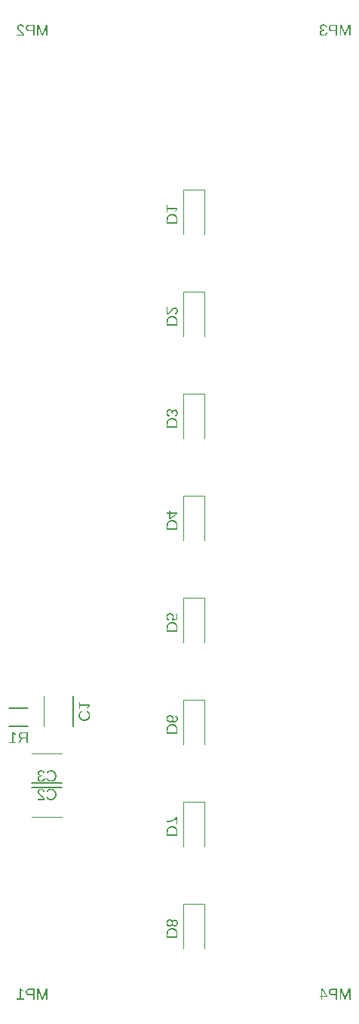
<source format=gbo>
G04 EAGLE Gerber RS-274X export*
G75*
%MOMM*%
%FSLAX34Y34*%
%LPD*%
%INSilkscreen Bottom*%
%IPPOS*%
%AMOC8*
5,1,8,0,0,1.08239X$1,22.5*%
G01*
G04 Define Apertures*
%ADD10C,0.120000*%
%ADD11C,0.127000*%
G36*
X222841Y982444D02*
X222835Y982831D01*
X222816Y983206D01*
X222786Y983570D01*
X222743Y983922D01*
X222687Y984264D01*
X222620Y984594D01*
X222540Y984914D01*
X222448Y985222D01*
X222343Y985519D01*
X222227Y985804D01*
X222098Y986079D01*
X221956Y986342D01*
X221803Y986594D01*
X221637Y986835D01*
X221459Y987065D01*
X221269Y987283D01*
X221067Y987490D01*
X220855Y987683D01*
X220632Y987862D01*
X220400Y988029D01*
X220156Y988182D01*
X219903Y988321D01*
X219639Y988448D01*
X219365Y988561D01*
X219080Y988661D01*
X218785Y988747D01*
X218480Y988820D01*
X218164Y988880D01*
X217838Y988927D01*
X217501Y988960D01*
X217155Y988980D01*
X216797Y988987D01*
X216328Y988975D01*
X215873Y988940D01*
X215432Y988882D01*
X215007Y988801D01*
X214597Y988696D01*
X214202Y988568D01*
X213821Y988417D01*
X213456Y988242D01*
X213108Y988046D01*
X212782Y987831D01*
X212476Y987597D01*
X212191Y987342D01*
X211928Y987069D01*
X211685Y986776D01*
X211463Y986463D01*
X211262Y986132D01*
X211083Y985783D01*
X210929Y985422D01*
X210798Y985048D01*
X210690Y984660D01*
X210607Y984259D01*
X210548Y983846D01*
X210512Y983419D01*
X210500Y982978D01*
X210500Y978363D01*
X222841Y978363D01*
X222841Y982444D01*
G37*
%LPC*%
G36*
X211840Y980036D02*
X211840Y982786D01*
X211849Y983120D01*
X211877Y983444D01*
X211924Y983758D01*
X211989Y984061D01*
X212073Y984354D01*
X212175Y984637D01*
X212296Y984910D01*
X212436Y985172D01*
X212593Y985422D01*
X212766Y985657D01*
X212956Y985877D01*
X213163Y986082D01*
X213385Y986272D01*
X213625Y986448D01*
X213880Y986608D01*
X214152Y986753D01*
X214439Y986883D01*
X214738Y986995D01*
X215050Y987090D01*
X215374Y987167D01*
X215711Y987228D01*
X216061Y987271D01*
X216423Y987297D01*
X216797Y987305D01*
X217354Y987286D01*
X217877Y987227D01*
X218365Y987128D01*
X218820Y986991D01*
X219240Y986814D01*
X219626Y986598D01*
X219978Y986343D01*
X220296Y986048D01*
X220579Y985717D01*
X220823Y985350D01*
X221030Y984947D01*
X221200Y984510D01*
X221331Y984038D01*
X221425Y983530D01*
X221482Y982987D01*
X221501Y982409D01*
X221501Y980036D01*
X211840Y980036D01*
G37*
%LPD*%
G36*
X211840Y994371D02*
X221334Y994371D01*
X219346Y991585D01*
X220835Y991585D01*
X222841Y994502D01*
X222841Y995956D01*
X211840Y995956D01*
X211840Y998960D01*
X210500Y998960D01*
X210500Y991226D01*
X211840Y991226D01*
X211840Y994371D01*
G37*
G36*
X222841Y868144D02*
X222835Y868531D01*
X222816Y868906D01*
X222786Y869270D01*
X222743Y869622D01*
X222687Y869964D01*
X222620Y870294D01*
X222540Y870614D01*
X222448Y870922D01*
X222343Y871219D01*
X222227Y871504D01*
X222098Y871779D01*
X221956Y872042D01*
X221803Y872294D01*
X221637Y872535D01*
X221459Y872765D01*
X221269Y872983D01*
X221067Y873190D01*
X220855Y873383D01*
X220632Y873562D01*
X220400Y873729D01*
X220156Y873882D01*
X219903Y874021D01*
X219639Y874148D01*
X219365Y874261D01*
X219080Y874361D01*
X218785Y874447D01*
X218480Y874520D01*
X218164Y874580D01*
X217838Y874627D01*
X217501Y874660D01*
X217155Y874680D01*
X216797Y874687D01*
X216328Y874675D01*
X215873Y874640D01*
X215432Y874582D01*
X215007Y874501D01*
X214597Y874396D01*
X214202Y874268D01*
X213821Y874117D01*
X213456Y873942D01*
X213108Y873746D01*
X212782Y873531D01*
X212476Y873297D01*
X212191Y873042D01*
X211928Y872769D01*
X211685Y872476D01*
X211463Y872163D01*
X211262Y871832D01*
X211083Y871483D01*
X210929Y871122D01*
X210798Y870748D01*
X210690Y870360D01*
X210607Y869959D01*
X210548Y869546D01*
X210512Y869119D01*
X210500Y868678D01*
X210500Y864063D01*
X222841Y864063D01*
X222841Y868144D01*
G37*
%LPC*%
G36*
X211840Y865736D02*
X211840Y868486D01*
X211849Y868820D01*
X211877Y869144D01*
X211924Y869458D01*
X211989Y869761D01*
X212073Y870054D01*
X212175Y870337D01*
X212296Y870610D01*
X212436Y870872D01*
X212593Y871122D01*
X212766Y871357D01*
X212956Y871577D01*
X213163Y871782D01*
X213385Y871972D01*
X213625Y872148D01*
X213880Y872308D01*
X214152Y872453D01*
X214439Y872583D01*
X214738Y872695D01*
X215050Y872790D01*
X215374Y872867D01*
X215711Y872928D01*
X216061Y872971D01*
X216423Y872997D01*
X216797Y873005D01*
X217354Y872986D01*
X217877Y872927D01*
X218365Y872828D01*
X218820Y872691D01*
X219240Y872514D01*
X219626Y872298D01*
X219978Y872043D01*
X220296Y871748D01*
X220579Y871417D01*
X220823Y871050D01*
X221030Y870647D01*
X221200Y870210D01*
X221331Y869738D01*
X221425Y869230D01*
X221482Y868687D01*
X221501Y868109D01*
X221501Y865736D01*
X211840Y865736D01*
G37*
%LPD*%
G36*
X212110Y876698D02*
X212577Y876958D01*
X213014Y877243D01*
X213421Y877553D01*
X213804Y877879D01*
X214168Y878213D01*
X214513Y878555D01*
X214840Y878906D01*
X215452Y879612D01*
X216018Y880312D01*
X216561Y880974D01*
X217104Y881568D01*
X217379Y881835D01*
X217660Y882075D01*
X217948Y882288D01*
X218243Y882475D01*
X218550Y882626D01*
X218878Y882734D01*
X219225Y882799D01*
X219591Y882821D01*
X219838Y882812D01*
X220071Y882784D01*
X220289Y882737D01*
X220493Y882672D01*
X220683Y882588D01*
X220859Y882486D01*
X221021Y882365D01*
X221168Y882225D01*
X221299Y882069D01*
X221413Y881898D01*
X221509Y881713D01*
X221588Y881514D01*
X221650Y881299D01*
X221693Y881071D01*
X221720Y880828D01*
X221728Y880570D01*
X221720Y880324D01*
X221694Y880088D01*
X221651Y879864D01*
X221592Y879651D01*
X221515Y879449D01*
X221421Y879259D01*
X221309Y879079D01*
X221181Y878910D01*
X221037Y878755D01*
X220880Y878618D01*
X220708Y878497D01*
X220523Y878392D01*
X220324Y878305D01*
X220111Y878234D01*
X219884Y878181D01*
X219644Y878144D01*
X219793Y876532D01*
X220153Y876590D01*
X220495Y876676D01*
X220818Y876791D01*
X221122Y876934D01*
X221407Y877105D01*
X221673Y877305D01*
X221920Y877533D01*
X222149Y877789D01*
X222354Y878069D01*
X222532Y878368D01*
X222683Y878687D01*
X222806Y879025D01*
X222902Y879382D01*
X222970Y879759D01*
X223011Y880155D01*
X223025Y880570D01*
X223011Y881023D01*
X222970Y881449D01*
X222901Y881848D01*
X222805Y882220D01*
X222681Y882565D01*
X222530Y882883D01*
X222351Y883174D01*
X222144Y883438D01*
X221913Y883673D01*
X221658Y883877D01*
X221380Y884049D01*
X221079Y884190D01*
X220755Y884300D01*
X220408Y884378D01*
X220037Y884425D01*
X219644Y884441D01*
X219285Y884421D01*
X218928Y884359D01*
X218572Y884256D01*
X218216Y884113D01*
X217862Y883929D01*
X217507Y883704D01*
X217152Y883440D01*
X216797Y883136D01*
X216394Y882738D01*
X215893Y882192D01*
X215295Y881499D01*
X214599Y880657D01*
X214197Y880180D01*
X213816Y879753D01*
X213455Y879378D01*
X213114Y879055D01*
X212787Y878778D01*
X212465Y878542D01*
X212150Y878349D01*
X211840Y878196D01*
X211840Y884634D01*
X210500Y884634D01*
X210500Y876462D01*
X211612Y876462D01*
X212110Y876698D01*
G37*
G36*
X222841Y753844D02*
X222835Y754231D01*
X222816Y754606D01*
X222786Y754970D01*
X222743Y755322D01*
X222687Y755664D01*
X222620Y755994D01*
X222540Y756314D01*
X222448Y756622D01*
X222343Y756919D01*
X222227Y757204D01*
X222098Y757479D01*
X221956Y757742D01*
X221803Y757994D01*
X221637Y758235D01*
X221459Y758465D01*
X221269Y758683D01*
X221067Y758890D01*
X220855Y759083D01*
X220632Y759262D01*
X220400Y759429D01*
X220156Y759582D01*
X219903Y759721D01*
X219639Y759848D01*
X219365Y759961D01*
X219080Y760061D01*
X218785Y760147D01*
X218480Y760220D01*
X218164Y760280D01*
X217838Y760327D01*
X217501Y760360D01*
X217155Y760380D01*
X216797Y760387D01*
X216328Y760375D01*
X215873Y760340D01*
X215432Y760282D01*
X215007Y760201D01*
X214597Y760096D01*
X214202Y759968D01*
X213821Y759817D01*
X213456Y759642D01*
X213108Y759446D01*
X212782Y759231D01*
X212476Y758997D01*
X212191Y758742D01*
X211928Y758469D01*
X211685Y758176D01*
X211463Y757863D01*
X211262Y757532D01*
X211083Y757183D01*
X210929Y756822D01*
X210798Y756448D01*
X210690Y756060D01*
X210607Y755659D01*
X210548Y755246D01*
X210512Y754819D01*
X210500Y754378D01*
X210500Y749763D01*
X222841Y749763D01*
X222841Y753844D01*
G37*
%LPC*%
G36*
X211840Y751436D02*
X211840Y754186D01*
X211849Y754520D01*
X211877Y754844D01*
X211924Y755158D01*
X211989Y755461D01*
X212073Y755754D01*
X212175Y756037D01*
X212296Y756310D01*
X212436Y756572D01*
X212593Y756822D01*
X212766Y757057D01*
X212956Y757277D01*
X213163Y757482D01*
X213385Y757672D01*
X213625Y757848D01*
X213880Y758008D01*
X214152Y758153D01*
X214439Y758283D01*
X214738Y758395D01*
X215050Y758490D01*
X215374Y758567D01*
X215711Y758628D01*
X216061Y758671D01*
X216423Y758697D01*
X216797Y758705D01*
X217354Y758686D01*
X217877Y758627D01*
X218365Y758528D01*
X218820Y758391D01*
X219240Y758214D01*
X219626Y757998D01*
X219978Y757743D01*
X220296Y757448D01*
X220579Y757117D01*
X220823Y756750D01*
X221030Y756347D01*
X221200Y755910D01*
X221331Y755438D01*
X221425Y754930D01*
X221482Y754387D01*
X221501Y753809D01*
X221501Y751436D01*
X211840Y751436D01*
G37*
%LPD*%
G36*
X213819Y763572D02*
X213554Y763620D01*
X213306Y763683D01*
X213075Y763763D01*
X212862Y763859D01*
X212665Y763970D01*
X212485Y764098D01*
X212323Y764242D01*
X212177Y764402D01*
X212049Y764578D01*
X211938Y764770D01*
X211844Y764979D01*
X211767Y765203D01*
X211707Y765443D01*
X211664Y765700D01*
X211638Y765972D01*
X211630Y766261D01*
X211639Y766551D01*
X211667Y766825D01*
X211712Y767082D01*
X211777Y767324D01*
X211859Y767550D01*
X211960Y767760D01*
X212079Y767953D01*
X212217Y768131D01*
X212372Y768290D01*
X212546Y768428D01*
X212737Y768545D01*
X212946Y768640D01*
X213173Y768714D01*
X213417Y768767D01*
X213679Y768799D01*
X213960Y768810D01*
X214205Y768798D01*
X214436Y768761D01*
X214653Y768701D01*
X214856Y768616D01*
X215046Y768507D01*
X215222Y768374D01*
X215384Y768216D01*
X215532Y768035D01*
X215664Y767830D01*
X215779Y767604D01*
X215876Y767357D01*
X215955Y767088D01*
X216017Y766797D01*
X216061Y766485D01*
X216088Y766152D01*
X216097Y765797D01*
X216097Y764904D01*
X217463Y764904D01*
X217463Y765762D01*
X217472Y766077D01*
X217498Y766374D01*
X217542Y766652D01*
X217604Y766913D01*
X217684Y767155D01*
X217781Y767379D01*
X217896Y767584D01*
X218028Y767772D01*
X218176Y767939D01*
X218338Y768084D01*
X218513Y768207D01*
X218701Y768307D01*
X218903Y768385D01*
X219119Y768441D01*
X219349Y768475D01*
X219591Y768486D01*
X219832Y768477D01*
X220060Y768449D01*
X220275Y768404D01*
X220477Y768340D01*
X220666Y768258D01*
X220842Y768158D01*
X221005Y768040D01*
X221155Y767903D01*
X221289Y767749D01*
X221406Y767577D01*
X221504Y767387D01*
X221585Y767180D01*
X221648Y766955D01*
X221693Y766712D01*
X221719Y766452D01*
X221728Y766174D01*
X221720Y765919D01*
X221695Y765677D01*
X221653Y765448D01*
X221595Y765231D01*
X221520Y765026D01*
X221428Y764834D01*
X221319Y764655D01*
X221194Y764488D01*
X221054Y764335D01*
X220900Y764199D01*
X220732Y764080D01*
X220550Y763978D01*
X220355Y763893D01*
X220146Y763825D01*
X219924Y763773D01*
X219688Y763739D01*
X219810Y762153D01*
X220179Y762211D01*
X220526Y762298D01*
X220853Y762412D01*
X221159Y762555D01*
X221444Y762726D01*
X221709Y762926D01*
X221952Y763154D01*
X222175Y763410D01*
X222374Y763690D01*
X222547Y763990D01*
X222693Y764308D01*
X222812Y764646D01*
X222905Y765004D01*
X222972Y765380D01*
X223011Y765776D01*
X223025Y766191D01*
X223011Y766642D01*
X222971Y767068D01*
X222903Y767467D01*
X222809Y767841D01*
X222688Y768189D01*
X222539Y768511D01*
X222364Y768807D01*
X222162Y769077D01*
X221936Y769318D01*
X221688Y769527D01*
X221420Y769704D01*
X221130Y769849D01*
X220818Y769961D01*
X220486Y770042D01*
X220133Y770090D01*
X219758Y770106D01*
X219469Y770096D01*
X219194Y770065D01*
X218933Y770013D01*
X218686Y769941D01*
X218453Y769848D01*
X218233Y769734D01*
X218027Y769600D01*
X217835Y769445D01*
X217658Y769270D01*
X217495Y769077D01*
X217347Y768865D01*
X217215Y768634D01*
X217097Y768384D01*
X216994Y768115D01*
X216906Y767828D01*
X216832Y767522D01*
X216797Y767522D01*
X216750Y767859D01*
X216684Y768176D01*
X216597Y768474D01*
X216491Y768753D01*
X216365Y769013D01*
X216219Y769253D01*
X216054Y769475D01*
X215869Y769677D01*
X215668Y769858D01*
X215454Y770014D01*
X215228Y770147D01*
X214989Y770255D01*
X214737Y770339D01*
X214473Y770400D01*
X214196Y770436D01*
X213907Y770448D01*
X213492Y770431D01*
X213101Y770380D01*
X212735Y770295D01*
X212392Y770176D01*
X212073Y770023D01*
X211779Y769837D01*
X211508Y769616D01*
X211262Y769362D01*
X211042Y769076D01*
X210852Y768761D01*
X210691Y768417D01*
X210559Y768043D01*
X210457Y767641D01*
X210383Y767210D01*
X210340Y766750D01*
X210325Y766261D01*
X210338Y765804D01*
X210378Y765371D01*
X210444Y764962D01*
X210536Y764576D01*
X210655Y764214D01*
X210800Y763876D01*
X210972Y763561D01*
X211170Y763270D01*
X211394Y763005D01*
X211643Y762768D01*
X211918Y762560D01*
X212218Y762380D01*
X212543Y762228D01*
X212894Y762105D01*
X213269Y762010D01*
X213671Y761943D01*
X213819Y763572D01*
G37*
G36*
X222841Y639544D02*
X222835Y639931D01*
X222816Y640306D01*
X222786Y640670D01*
X222743Y641022D01*
X222687Y641364D01*
X222620Y641694D01*
X222540Y642014D01*
X222448Y642322D01*
X222343Y642619D01*
X222227Y642904D01*
X222098Y643179D01*
X221956Y643442D01*
X221803Y643694D01*
X221637Y643935D01*
X221459Y644165D01*
X221269Y644383D01*
X221067Y644590D01*
X220855Y644783D01*
X220632Y644962D01*
X220400Y645129D01*
X220156Y645282D01*
X219903Y645421D01*
X219639Y645548D01*
X219365Y645661D01*
X219080Y645761D01*
X218785Y645847D01*
X218480Y645920D01*
X218164Y645980D01*
X217838Y646027D01*
X217501Y646060D01*
X217155Y646080D01*
X216797Y646087D01*
X216328Y646075D01*
X215873Y646040D01*
X215432Y645982D01*
X215007Y645901D01*
X214597Y645796D01*
X214202Y645668D01*
X213821Y645517D01*
X213456Y645342D01*
X213108Y645146D01*
X212782Y644931D01*
X212476Y644697D01*
X212191Y644442D01*
X211928Y644169D01*
X211685Y643876D01*
X211463Y643563D01*
X211262Y643232D01*
X211083Y642883D01*
X210929Y642522D01*
X210798Y642148D01*
X210690Y641760D01*
X210607Y641359D01*
X210548Y640946D01*
X210512Y640519D01*
X210500Y640078D01*
X210500Y635463D01*
X222841Y635463D01*
X222841Y639544D01*
G37*
%LPC*%
G36*
X211840Y637136D02*
X211840Y639886D01*
X211849Y640220D01*
X211877Y640544D01*
X211924Y640858D01*
X211989Y641161D01*
X212073Y641454D01*
X212175Y641737D01*
X212296Y642010D01*
X212436Y642272D01*
X212593Y642522D01*
X212766Y642757D01*
X212956Y642977D01*
X213163Y643182D01*
X213385Y643372D01*
X213625Y643548D01*
X213880Y643708D01*
X214152Y643853D01*
X214439Y643983D01*
X214738Y644095D01*
X215050Y644190D01*
X215374Y644267D01*
X215711Y644328D01*
X216061Y644371D01*
X216423Y644397D01*
X216797Y644405D01*
X217354Y644386D01*
X217877Y644327D01*
X218365Y644228D01*
X218820Y644091D01*
X219240Y643914D01*
X219626Y643698D01*
X219978Y643443D01*
X220296Y643148D01*
X220579Y642817D01*
X220823Y642450D01*
X221030Y642047D01*
X221200Y641610D01*
X221331Y641138D01*
X221425Y640630D01*
X221482Y640087D01*
X221501Y639509D01*
X221501Y637136D01*
X211840Y637136D01*
G37*
%LPD*%
G36*
X222841Y653021D02*
X222841Y654676D01*
X214538Y654676D01*
X214538Y656410D01*
X213294Y656410D01*
X213294Y654676D01*
X210500Y654676D01*
X210500Y653187D01*
X213294Y653187D01*
X213294Y647372D01*
X214520Y647372D01*
X222841Y653021D01*
G37*
%LPC*%
G36*
X214538Y653187D02*
X221063Y653187D01*
X220599Y652942D01*
X220021Y652601D01*
X215361Y649439D01*
X214713Y648966D01*
X214538Y648826D01*
X214538Y653187D01*
G37*
%LPD*%
G36*
X222841Y525244D02*
X222835Y525631D01*
X222816Y526006D01*
X222786Y526370D01*
X222743Y526722D01*
X222687Y527064D01*
X222620Y527394D01*
X222540Y527714D01*
X222448Y528022D01*
X222343Y528319D01*
X222227Y528604D01*
X222098Y528879D01*
X221956Y529142D01*
X221803Y529394D01*
X221637Y529635D01*
X221459Y529865D01*
X221269Y530083D01*
X221067Y530290D01*
X220855Y530483D01*
X220632Y530662D01*
X220400Y530829D01*
X220156Y530982D01*
X219903Y531121D01*
X219639Y531248D01*
X219365Y531361D01*
X219080Y531461D01*
X218785Y531547D01*
X218480Y531620D01*
X218164Y531680D01*
X217838Y531727D01*
X217501Y531760D01*
X217155Y531780D01*
X216797Y531787D01*
X216328Y531775D01*
X215873Y531740D01*
X215432Y531682D01*
X215007Y531601D01*
X214597Y531496D01*
X214202Y531368D01*
X213821Y531217D01*
X213456Y531042D01*
X213108Y530846D01*
X212782Y530631D01*
X212476Y530397D01*
X212191Y530142D01*
X211928Y529869D01*
X211685Y529576D01*
X211463Y529263D01*
X211262Y528932D01*
X211083Y528583D01*
X210929Y528222D01*
X210798Y527848D01*
X210690Y527460D01*
X210607Y527059D01*
X210548Y526646D01*
X210512Y526219D01*
X210500Y525778D01*
X210500Y521163D01*
X222841Y521163D01*
X222841Y525244D01*
G37*
%LPC*%
G36*
X211840Y522836D02*
X211840Y525586D01*
X211849Y525920D01*
X211877Y526244D01*
X211924Y526558D01*
X211989Y526861D01*
X212073Y527154D01*
X212175Y527437D01*
X212296Y527710D01*
X212436Y527972D01*
X212593Y528222D01*
X212766Y528457D01*
X212956Y528677D01*
X213163Y528882D01*
X213385Y529072D01*
X213625Y529248D01*
X213880Y529408D01*
X214152Y529553D01*
X214439Y529683D01*
X214738Y529795D01*
X215050Y529890D01*
X215374Y529967D01*
X215711Y530028D01*
X216061Y530071D01*
X216423Y530097D01*
X216797Y530105D01*
X217354Y530086D01*
X217877Y530027D01*
X218365Y529928D01*
X218820Y529791D01*
X219240Y529614D01*
X219626Y529398D01*
X219978Y529143D01*
X220296Y528848D01*
X220579Y528517D01*
X220823Y528150D01*
X221030Y527747D01*
X221200Y527310D01*
X221331Y526838D01*
X221425Y526330D01*
X221482Y525787D01*
X221501Y525209D01*
X221501Y522836D01*
X211840Y522836D01*
G37*
%LPD*%
G36*
X213443Y534972D02*
X213221Y535041D01*
X213014Y535122D01*
X212821Y535215D01*
X212642Y535320D01*
X212478Y535437D01*
X212327Y535567D01*
X212192Y535709D01*
X212070Y535863D01*
X211963Y536030D01*
X211870Y536209D01*
X211791Y536400D01*
X211727Y536603D01*
X211677Y536818D01*
X211641Y537046D01*
X211619Y537286D01*
X211612Y537539D01*
X211624Y537847D01*
X211660Y538139D01*
X211720Y538413D01*
X211804Y538671D01*
X211912Y538910D01*
X212043Y539133D01*
X212199Y539339D01*
X212379Y539527D01*
X212579Y539695D01*
X212798Y539841D01*
X213034Y539964D01*
X213289Y540065D01*
X213561Y540144D01*
X213851Y540200D01*
X214159Y540234D01*
X214485Y540245D01*
X214769Y540234D01*
X215040Y540200D01*
X215296Y540143D01*
X215538Y540064D01*
X215767Y539963D01*
X215981Y539838D01*
X216182Y539692D01*
X216368Y539522D01*
X216537Y539334D01*
X216682Y539130D01*
X216806Y538910D01*
X216907Y538674D01*
X216985Y538422D01*
X217042Y538155D01*
X217075Y537872D01*
X217086Y537574D01*
X217074Y537259D01*
X217036Y536956D01*
X216973Y536664D01*
X216885Y536382D01*
X216767Y536106D01*
X216613Y535831D01*
X216425Y535555D01*
X216202Y535279D01*
X216202Y533737D01*
X222841Y534149D01*
X222841Y541165D01*
X221501Y541165D01*
X221501Y535585D01*
X217586Y535349D01*
X217770Y535613D01*
X217931Y535892D01*
X218066Y536188D01*
X218177Y536498D01*
X218263Y536825D01*
X218325Y537167D01*
X218362Y537524D01*
X218374Y537898D01*
X218357Y538341D01*
X218307Y538762D01*
X218224Y539160D01*
X218107Y539534D01*
X217957Y539886D01*
X217773Y540214D01*
X217556Y540519D01*
X217305Y540801D01*
X217028Y541055D01*
X216731Y541274D01*
X216413Y541460D01*
X216075Y541612D01*
X215717Y541731D01*
X215338Y541815D01*
X214939Y541866D01*
X214520Y541883D01*
X214045Y541865D01*
X213596Y541810D01*
X213172Y541720D01*
X212775Y541593D01*
X212404Y541429D01*
X212058Y541230D01*
X211739Y540994D01*
X211446Y540722D01*
X211183Y540418D01*
X210955Y540086D01*
X210763Y539726D01*
X210605Y539337D01*
X210483Y538921D01*
X210395Y538476D01*
X210342Y538004D01*
X210325Y537503D01*
X210337Y537083D01*
X210372Y536682D01*
X210431Y536303D01*
X210513Y535944D01*
X210619Y535607D01*
X210749Y535290D01*
X210902Y534994D01*
X211078Y534718D01*
X211277Y534465D01*
X211497Y534237D01*
X211738Y534033D01*
X212000Y533853D01*
X212283Y533698D01*
X212587Y533567D01*
X212913Y533460D01*
X213259Y533378D01*
X213443Y534972D01*
G37*
G36*
X222841Y410944D02*
X222835Y411331D01*
X222816Y411706D01*
X222786Y412070D01*
X222743Y412422D01*
X222687Y412764D01*
X222620Y413094D01*
X222540Y413414D01*
X222448Y413722D01*
X222343Y414019D01*
X222227Y414304D01*
X222098Y414579D01*
X221956Y414842D01*
X221803Y415094D01*
X221637Y415335D01*
X221459Y415565D01*
X221269Y415783D01*
X221067Y415990D01*
X220855Y416183D01*
X220632Y416362D01*
X220400Y416529D01*
X220156Y416682D01*
X219903Y416821D01*
X219639Y416948D01*
X219365Y417061D01*
X219080Y417161D01*
X218785Y417247D01*
X218480Y417320D01*
X218164Y417380D01*
X217838Y417427D01*
X217501Y417460D01*
X217155Y417480D01*
X216797Y417487D01*
X216328Y417475D01*
X215873Y417440D01*
X215432Y417382D01*
X215007Y417301D01*
X214597Y417196D01*
X214202Y417068D01*
X213821Y416917D01*
X213456Y416742D01*
X213108Y416546D01*
X212782Y416331D01*
X212476Y416097D01*
X212191Y415842D01*
X211928Y415569D01*
X211685Y415276D01*
X211463Y414963D01*
X211262Y414632D01*
X211083Y414283D01*
X210929Y413922D01*
X210798Y413548D01*
X210690Y413160D01*
X210607Y412759D01*
X210548Y412346D01*
X210512Y411919D01*
X210500Y411478D01*
X210500Y406863D01*
X222841Y406863D01*
X222841Y410944D01*
G37*
%LPC*%
G36*
X211840Y408536D02*
X211840Y411286D01*
X211849Y411620D01*
X211877Y411944D01*
X211924Y412258D01*
X211989Y412561D01*
X212073Y412854D01*
X212175Y413137D01*
X212296Y413410D01*
X212436Y413672D01*
X212593Y413922D01*
X212766Y414157D01*
X212956Y414377D01*
X213163Y414582D01*
X213385Y414772D01*
X213625Y414948D01*
X213880Y415108D01*
X214152Y415253D01*
X214439Y415383D01*
X214738Y415495D01*
X215050Y415590D01*
X215374Y415667D01*
X215711Y415728D01*
X216061Y415771D01*
X216423Y415797D01*
X216797Y415805D01*
X217354Y415786D01*
X217877Y415727D01*
X218365Y415628D01*
X218820Y415491D01*
X219240Y415314D01*
X219626Y415098D01*
X219978Y414843D01*
X220296Y414548D01*
X220579Y414217D01*
X220823Y413850D01*
X221030Y413447D01*
X221200Y413010D01*
X221331Y412538D01*
X221425Y412030D01*
X221482Y411487D01*
X221501Y410909D01*
X221501Y408536D01*
X211840Y408536D01*
G37*
%LPD*%
G36*
X217164Y419289D02*
X217895Y419343D01*
X218581Y419432D01*
X219219Y419558D01*
X219811Y419719D01*
X220357Y419916D01*
X220856Y420149D01*
X221308Y420418D01*
X221710Y420720D01*
X222059Y421053D01*
X222354Y421416D01*
X222596Y421809D01*
X222783Y422232D01*
X222857Y422455D01*
X222917Y422686D01*
X222964Y422925D01*
X222998Y423170D01*
X223018Y423424D01*
X223025Y423685D01*
X223015Y424026D01*
X222985Y424351D01*
X222936Y424660D01*
X222868Y424953D01*
X222779Y425230D01*
X222671Y425490D01*
X222544Y425734D01*
X222396Y425962D01*
X222229Y426174D01*
X222043Y426370D01*
X221837Y426550D01*
X221611Y426713D01*
X221365Y426861D01*
X221100Y426992D01*
X220815Y427107D01*
X220511Y427206D01*
X220240Y425700D01*
X220593Y425566D01*
X220899Y425399D01*
X221158Y425196D01*
X221369Y424960D01*
X221534Y424688D01*
X221652Y424383D01*
X221722Y424042D01*
X221746Y423668D01*
X221726Y423340D01*
X221667Y423031D01*
X221569Y422742D01*
X221432Y422471D01*
X221255Y422219D01*
X221039Y421987D01*
X220784Y421773D01*
X220489Y421579D01*
X220157Y421405D01*
X219790Y421255D01*
X219388Y421128D01*
X218951Y421024D01*
X218478Y420943D01*
X217971Y420885D01*
X217428Y420850D01*
X216850Y420839D01*
X217225Y421075D01*
X217552Y421355D01*
X217831Y421679D01*
X218063Y422047D01*
X218245Y422451D01*
X218375Y422884D01*
X218421Y423111D01*
X218453Y423345D01*
X218473Y423586D01*
X218479Y423834D01*
X218462Y424250D01*
X218412Y424644D01*
X218329Y425016D01*
X218212Y425366D01*
X218062Y425694D01*
X217878Y425999D01*
X217661Y426283D01*
X217410Y426545D01*
X217132Y426780D01*
X216830Y426984D01*
X216506Y427156D01*
X216158Y427297D01*
X215787Y427407D01*
X215394Y427485D01*
X214977Y427532D01*
X214538Y427548D01*
X214062Y427531D01*
X213613Y427481D01*
X213189Y427399D01*
X212790Y427283D01*
X212418Y427134D01*
X212071Y426952D01*
X211750Y426736D01*
X211455Y426488D01*
X211190Y426210D01*
X210960Y425908D01*
X210766Y425580D01*
X210607Y425227D01*
X210484Y424848D01*
X210395Y424445D01*
X210343Y424016D01*
X210325Y423563D01*
X210331Y423306D01*
X210349Y423057D01*
X210422Y422582D01*
X210543Y422137D01*
X210712Y421723D01*
X210930Y421340D01*
X211197Y420988D01*
X211512Y420666D01*
X211875Y420374D01*
X212285Y420116D01*
X212738Y419892D01*
X213236Y419702D01*
X213778Y419547D01*
X214364Y419426D01*
X214994Y419340D01*
X215668Y419288D01*
X216386Y419271D01*
X217164Y419289D01*
G37*
%LPC*%
G36*
X214495Y421007D02*
X214163Y421040D01*
X213846Y421095D01*
X213546Y421173D01*
X213262Y421272D01*
X212993Y421393D01*
X212742Y421536D01*
X212506Y421701D01*
X212292Y421884D01*
X212107Y422079D01*
X211951Y422286D01*
X211823Y422506D01*
X211723Y422738D01*
X211652Y422983D01*
X211609Y423240D01*
X211595Y423510D01*
X211607Y423787D01*
X211643Y424049D01*
X211703Y424295D01*
X211786Y424526D01*
X211894Y424742D01*
X212026Y424942D01*
X212182Y425127D01*
X212361Y425297D01*
X212562Y425449D01*
X212780Y425580D01*
X213017Y425692D01*
X213271Y425783D01*
X213543Y425854D01*
X213833Y425904D01*
X214142Y425935D01*
X214468Y425945D01*
X214793Y425935D01*
X215099Y425904D01*
X215386Y425853D01*
X215654Y425781D01*
X215903Y425688D01*
X216133Y425575D01*
X216343Y425442D01*
X216535Y425288D01*
X216705Y425116D01*
X216853Y424927D01*
X216978Y424723D01*
X217080Y424502D01*
X217159Y424265D01*
X217216Y424012D01*
X217250Y423743D01*
X217262Y423457D01*
X217252Y423188D01*
X217221Y422932D01*
X217171Y422690D01*
X217101Y422460D01*
X217010Y422244D01*
X216899Y422041D01*
X216769Y421851D01*
X216618Y421675D01*
X216449Y421516D01*
X216266Y421378D01*
X216067Y421261D01*
X215853Y421166D01*
X215623Y421092D01*
X215379Y421039D01*
X215119Y421007D01*
X214844Y420996D01*
X214495Y421007D01*
G37*
%LPD*%
G36*
X222841Y296644D02*
X222835Y297031D01*
X222816Y297406D01*
X222786Y297770D01*
X222743Y298122D01*
X222687Y298464D01*
X222620Y298794D01*
X222540Y299114D01*
X222448Y299422D01*
X222343Y299719D01*
X222227Y300004D01*
X222098Y300279D01*
X221956Y300542D01*
X221803Y300794D01*
X221637Y301035D01*
X221459Y301265D01*
X221269Y301483D01*
X221067Y301690D01*
X220855Y301883D01*
X220632Y302062D01*
X220400Y302229D01*
X220156Y302382D01*
X219903Y302521D01*
X219639Y302648D01*
X219365Y302761D01*
X219080Y302861D01*
X218785Y302947D01*
X218480Y303020D01*
X218164Y303080D01*
X217838Y303127D01*
X217501Y303160D01*
X217155Y303180D01*
X216797Y303187D01*
X216328Y303175D01*
X215873Y303140D01*
X215432Y303082D01*
X215007Y303001D01*
X214597Y302896D01*
X214202Y302768D01*
X213821Y302617D01*
X213456Y302442D01*
X213108Y302246D01*
X212782Y302031D01*
X212476Y301797D01*
X212191Y301542D01*
X211928Y301269D01*
X211685Y300976D01*
X211463Y300663D01*
X211262Y300332D01*
X211083Y299983D01*
X210929Y299622D01*
X210798Y299248D01*
X210690Y298860D01*
X210607Y298459D01*
X210548Y298046D01*
X210512Y297619D01*
X210500Y297178D01*
X210500Y292563D01*
X222841Y292563D01*
X222841Y296644D01*
G37*
%LPC*%
G36*
X211840Y294236D02*
X211840Y296986D01*
X211849Y297320D01*
X211877Y297644D01*
X211924Y297958D01*
X211989Y298261D01*
X212073Y298554D01*
X212175Y298837D01*
X212296Y299110D01*
X212436Y299372D01*
X212593Y299622D01*
X212766Y299857D01*
X212956Y300077D01*
X213163Y300282D01*
X213385Y300472D01*
X213625Y300648D01*
X213880Y300808D01*
X214152Y300953D01*
X214439Y301083D01*
X214738Y301195D01*
X215050Y301290D01*
X215374Y301367D01*
X215711Y301428D01*
X216061Y301471D01*
X216423Y301497D01*
X216797Y301505D01*
X217354Y301486D01*
X217877Y301427D01*
X218365Y301328D01*
X218820Y301191D01*
X219240Y301014D01*
X219626Y300798D01*
X219978Y300543D01*
X220296Y300248D01*
X220579Y299917D01*
X220823Y299550D01*
X221030Y299147D01*
X221200Y298710D01*
X221331Y298238D01*
X221425Y297730D01*
X221482Y297187D01*
X221501Y296609D01*
X221501Y294236D01*
X211840Y294236D01*
G37*
%LPD*%
G36*
X222841Y313134D02*
X221562Y313134D01*
X220195Y312257D01*
X218985Y311520D01*
X217931Y310922D01*
X217034Y310462D01*
X216218Y310097D01*
X215407Y309780D01*
X214602Y309512D01*
X213802Y309293D01*
X212998Y309123D01*
X212179Y309001D01*
X211347Y308928D01*
X210925Y308910D01*
X210500Y308903D01*
X210500Y307257D01*
X211095Y307273D01*
X211698Y307320D01*
X212309Y307398D01*
X212927Y307508D01*
X213554Y307649D01*
X214188Y307821D01*
X214830Y308025D01*
X215479Y308260D01*
X216145Y308531D01*
X216836Y308845D01*
X217552Y309201D01*
X218292Y309599D01*
X219057Y310038D01*
X219847Y310520D01*
X220661Y311044D01*
X221501Y311610D01*
X221501Y304980D01*
X222841Y304980D01*
X222841Y313134D01*
G37*
G36*
X222841Y182344D02*
X222835Y182731D01*
X222816Y183106D01*
X222786Y183470D01*
X222743Y183822D01*
X222687Y184164D01*
X222620Y184494D01*
X222540Y184814D01*
X222448Y185122D01*
X222343Y185419D01*
X222227Y185704D01*
X222098Y185979D01*
X221956Y186242D01*
X221803Y186494D01*
X221637Y186735D01*
X221459Y186965D01*
X221269Y187183D01*
X221067Y187390D01*
X220855Y187583D01*
X220632Y187762D01*
X220400Y187929D01*
X220156Y188082D01*
X219903Y188221D01*
X219639Y188348D01*
X219365Y188461D01*
X219080Y188561D01*
X218785Y188647D01*
X218480Y188720D01*
X218164Y188780D01*
X217838Y188827D01*
X217501Y188860D01*
X217155Y188880D01*
X216797Y188887D01*
X216328Y188875D01*
X215873Y188840D01*
X215432Y188782D01*
X215007Y188701D01*
X214597Y188596D01*
X214202Y188468D01*
X213821Y188317D01*
X213456Y188142D01*
X213108Y187946D01*
X212782Y187731D01*
X212476Y187497D01*
X212191Y187242D01*
X211928Y186969D01*
X211685Y186676D01*
X211463Y186363D01*
X211262Y186032D01*
X211083Y185683D01*
X210929Y185322D01*
X210798Y184948D01*
X210690Y184560D01*
X210607Y184159D01*
X210548Y183746D01*
X210512Y183319D01*
X210500Y182878D01*
X210500Y178263D01*
X222841Y178263D01*
X222841Y182344D01*
G37*
%LPC*%
G36*
X211840Y179936D02*
X211840Y182686D01*
X211849Y183020D01*
X211877Y183344D01*
X211924Y183658D01*
X211989Y183961D01*
X212073Y184254D01*
X212175Y184537D01*
X212296Y184810D01*
X212436Y185072D01*
X212593Y185322D01*
X212766Y185557D01*
X212956Y185777D01*
X213163Y185982D01*
X213385Y186172D01*
X213625Y186348D01*
X213880Y186508D01*
X214152Y186653D01*
X214439Y186783D01*
X214738Y186895D01*
X215050Y186990D01*
X215374Y187067D01*
X215711Y187128D01*
X216061Y187171D01*
X216423Y187197D01*
X216797Y187205D01*
X217354Y187186D01*
X217877Y187127D01*
X218365Y187028D01*
X218820Y186891D01*
X219240Y186714D01*
X219626Y186498D01*
X219978Y186243D01*
X220296Y185948D01*
X220579Y185617D01*
X220823Y185250D01*
X221030Y184847D01*
X221200Y184410D01*
X221331Y183938D01*
X221425Y183430D01*
X221482Y182887D01*
X221501Y182309D01*
X221501Y179936D01*
X211840Y179936D01*
G37*
%LPD*%
G36*
X214221Y190550D02*
X214505Y190583D01*
X214777Y190637D01*
X215037Y190712D01*
X215285Y190810D01*
X215521Y190929D01*
X215745Y191069D01*
X215957Y191231D01*
X216152Y191410D01*
X216328Y191601D01*
X216483Y191805D01*
X216618Y192020D01*
X216733Y192247D01*
X216827Y192486D01*
X216901Y192737D01*
X216955Y193001D01*
X216990Y193001D01*
X217058Y192755D01*
X217143Y192524D01*
X217245Y192305D01*
X217365Y192100D01*
X217501Y191908D01*
X217655Y191729D01*
X217826Y191563D01*
X218015Y191411D01*
X218216Y191274D01*
X218426Y191156D01*
X218644Y191056D01*
X218871Y190974D01*
X219106Y190910D01*
X219350Y190865D01*
X219602Y190838D01*
X219863Y190829D01*
X220207Y190845D01*
X220535Y190895D01*
X220845Y190977D01*
X221139Y191092D01*
X221417Y191241D01*
X221678Y191422D01*
X221922Y191637D01*
X222149Y191884D01*
X222354Y192159D01*
X222532Y192457D01*
X222683Y192777D01*
X222806Y193120D01*
X222902Y193485D01*
X222970Y193874D01*
X223011Y194284D01*
X223025Y194717D01*
X223011Y195161D01*
X222971Y195580D01*
X222904Y195976D01*
X222810Y196348D01*
X222689Y196695D01*
X222542Y197019D01*
X222368Y197319D01*
X222166Y197595D01*
X221942Y197842D01*
X221699Y198056D01*
X221438Y198238D01*
X221157Y198386D01*
X220857Y198502D01*
X220539Y198584D01*
X220202Y198633D01*
X219845Y198650D01*
X219585Y198641D01*
X219332Y198613D01*
X219089Y198567D01*
X218853Y198503D01*
X218627Y198421D01*
X218408Y198320D01*
X218199Y198201D01*
X217997Y198063D01*
X217809Y197910D01*
X217640Y197743D01*
X217625Y197725D01*
X217489Y197563D01*
X217356Y197369D01*
X217241Y197162D01*
X217145Y196941D01*
X217067Y196708D01*
X217008Y196460D01*
X216973Y196460D01*
X216915Y196748D01*
X216838Y197019D01*
X216741Y197273D01*
X216626Y197511D01*
X216491Y197733D01*
X216336Y197938D01*
X216163Y198127D01*
X216007Y198266D01*
X215970Y198300D01*
X215761Y198454D01*
X215539Y198587D01*
X215305Y198700D01*
X215058Y198792D01*
X214798Y198864D01*
X214525Y198915D01*
X214240Y198946D01*
X213942Y198956D01*
X213527Y198940D01*
X213135Y198889D01*
X212767Y198804D01*
X212423Y198685D01*
X212101Y198532D01*
X211804Y198346D01*
X211530Y198125D01*
X211280Y197870D01*
X211056Y197584D01*
X210862Y197268D01*
X210698Y196923D01*
X210563Y196548D01*
X210459Y196143D01*
X210385Y195709D01*
X210340Y195246D01*
X210325Y194752D01*
X210340Y194271D01*
X210383Y193817D01*
X210457Y193389D01*
X210559Y192989D01*
X210691Y192615D01*
X210852Y192269D01*
X211042Y191949D01*
X211262Y191656D01*
X211509Y191394D01*
X211780Y191168D01*
X212076Y190976D01*
X212396Y190819D01*
X212741Y190697D01*
X213111Y190609D01*
X213506Y190557D01*
X213925Y190540D01*
X214221Y190550D01*
G37*
%LPC*%
G36*
X213747Y192179D02*
X213459Y192209D01*
X213190Y192260D01*
X212941Y192331D01*
X212712Y192423D01*
X212503Y192534D01*
X212314Y192667D01*
X212144Y192819D01*
X211995Y192992D01*
X211866Y193185D01*
X211756Y193398D01*
X211667Y193632D01*
X211597Y193886D01*
X211547Y194160D01*
X211517Y194455D01*
X211507Y194770D01*
X211517Y195082D01*
X211546Y195373D01*
X211594Y195643D01*
X211662Y195893D01*
X211748Y196123D01*
X211855Y196332D01*
X211980Y196520D01*
X212125Y196688D01*
X212291Y196836D01*
X212479Y196964D01*
X212691Y197072D01*
X212925Y197161D01*
X213182Y197230D01*
X213462Y197279D01*
X213765Y197309D01*
X214091Y197319D01*
X214369Y197308D01*
X214629Y197276D01*
X214872Y197223D01*
X215097Y197148D01*
X215305Y197052D01*
X215494Y196934D01*
X215666Y196796D01*
X215821Y196635D01*
X215957Y196456D01*
X216076Y196259D01*
X216176Y196045D01*
X216258Y195814D01*
X216321Y195566D01*
X216367Y195300D01*
X216394Y195017D01*
X216403Y194717D01*
X216393Y194426D01*
X216364Y194150D01*
X216315Y193891D01*
X216247Y193649D01*
X216159Y193423D01*
X216051Y193213D01*
X215924Y193020D01*
X215777Y192843D01*
X215613Y192685D01*
X215435Y192548D01*
X215241Y192432D01*
X215034Y192337D01*
X214811Y192263D01*
X214574Y192211D01*
X214322Y192179D01*
X214056Y192169D01*
X213747Y192179D01*
G37*
G36*
X219501Y192449D02*
X219259Y192478D01*
X219034Y192524D01*
X218824Y192590D01*
X218630Y192674D01*
X218451Y192778D01*
X218289Y192899D01*
X218142Y193040D01*
X218011Y193198D01*
X217899Y193371D01*
X217803Y193560D01*
X217725Y193764D01*
X217664Y193983D01*
X217620Y194218D01*
X217594Y194469D01*
X217586Y194735D01*
X217594Y195005D01*
X217618Y195258D01*
X217658Y195495D01*
X217714Y195715D01*
X217786Y195918D01*
X217874Y196105D01*
X217978Y196276D01*
X218098Y196430D01*
X218236Y196566D01*
X218394Y196684D01*
X218572Y196785D01*
X218769Y196866D01*
X218987Y196930D01*
X219224Y196976D01*
X219481Y197003D01*
X219758Y197012D01*
X220011Y197003D01*
X220248Y196976D01*
X220469Y196931D01*
X220674Y196869D01*
X220862Y196788D01*
X221033Y196689D01*
X221189Y196573D01*
X221328Y196438D01*
X221450Y196286D01*
X221557Y196116D01*
X221647Y195927D01*
X221720Y195721D01*
X221777Y195497D01*
X221818Y195255D01*
X221843Y194995D01*
X221851Y194717D01*
X221843Y194448D01*
X221818Y194194D01*
X221777Y193958D01*
X221720Y193737D01*
X221646Y193534D01*
X221555Y193347D01*
X221449Y193176D01*
X221326Y193023D01*
X221186Y192886D01*
X221031Y192768D01*
X220859Y192668D01*
X220671Y192586D01*
X220467Y192522D01*
X220247Y192477D01*
X220010Y192449D01*
X219758Y192440D01*
X219501Y192449D01*
G37*
%LPD*%
G36*
X48929Y401283D02*
X52774Y401283D01*
X52774Y396159D01*
X54447Y396159D01*
X54447Y408500D01*
X48640Y408500D01*
X48134Y408485D01*
X47658Y408441D01*
X47211Y408369D01*
X46793Y408267D01*
X46406Y408135D01*
X46048Y407975D01*
X45720Y407786D01*
X45422Y407567D01*
X45156Y407322D01*
X44925Y407055D01*
X44730Y406765D01*
X44571Y406451D01*
X44447Y406115D01*
X44358Y405756D01*
X44305Y405375D01*
X44287Y404970D01*
X44300Y404633D01*
X44338Y404310D01*
X44400Y404000D01*
X44488Y403704D01*
X44600Y403422D01*
X44738Y403154D01*
X44901Y402899D01*
X45089Y402658D01*
X45299Y402434D01*
X45528Y402233D01*
X45775Y402052D01*
X45886Y401986D01*
X46042Y401894D01*
X46328Y401757D01*
X46633Y401641D01*
X46957Y401548D01*
X47300Y401475D01*
X45809Y399212D01*
X43797Y396159D01*
X45724Y396159D01*
X48929Y401283D01*
G37*
%LPC*%
G36*
X48737Y402605D02*
X48416Y402615D01*
X48113Y402644D01*
X47829Y402692D01*
X47564Y402760D01*
X47318Y402846D01*
X47090Y402953D01*
X46882Y403078D01*
X46692Y403223D01*
X46522Y403385D01*
X46376Y403562D01*
X46251Y403755D01*
X46150Y403964D01*
X46071Y404188D01*
X46014Y404427D01*
X45980Y404682D01*
X45969Y404953D01*
X45981Y405214D01*
X46015Y405459D01*
X46072Y405689D01*
X46152Y405902D01*
X46255Y406099D01*
X46380Y406280D01*
X46529Y406446D01*
X46700Y406595D01*
X46893Y406727D01*
X47106Y406842D01*
X47339Y406939D01*
X47593Y407019D01*
X47866Y407080D01*
X48160Y407124D01*
X48473Y407151D01*
X48807Y407160D01*
X52774Y407160D01*
X52774Y402605D01*
X48737Y402605D01*
G37*
%LPD*%
G36*
X41584Y397499D02*
X38439Y397499D01*
X38439Y406993D01*
X41225Y405005D01*
X41225Y406494D01*
X38308Y408500D01*
X36854Y408500D01*
X36854Y397499D01*
X33850Y397499D01*
X33850Y396159D01*
X41584Y396159D01*
X41584Y397499D01*
G37*
G36*
X62029Y121191D02*
X56835Y121191D01*
X56330Y121176D01*
X55855Y121130D01*
X55410Y121054D01*
X54993Y120948D01*
X54606Y120811D01*
X54248Y120644D01*
X53920Y120446D01*
X53620Y120219D01*
X53354Y119963D01*
X53122Y119683D01*
X52927Y119377D01*
X52766Y119047D01*
X52642Y118692D01*
X52553Y118312D01*
X52500Y117907D01*
X52482Y117477D01*
X52500Y117050D01*
X52553Y116646D01*
X52643Y116264D01*
X52768Y115905D01*
X52928Y115568D01*
X53125Y115254D01*
X53357Y114962D01*
X53625Y114692D01*
X53923Y114450D01*
X54247Y114240D01*
X54597Y114062D01*
X54972Y113917D01*
X55373Y113804D01*
X55800Y113723D01*
X56252Y113675D01*
X56730Y113658D01*
X60356Y113658D01*
X60356Y108850D01*
X62029Y108850D01*
X62029Y121191D01*
G37*
%LPC*%
G36*
X56966Y114981D02*
X56627Y114991D01*
X56309Y115020D01*
X56014Y115068D01*
X55740Y115136D01*
X55488Y115223D01*
X55258Y115330D01*
X55050Y115455D01*
X54864Y115601D01*
X54700Y115765D01*
X54558Y115949D01*
X54437Y116153D01*
X54339Y116375D01*
X54262Y116617D01*
X54207Y116879D01*
X54174Y117159D01*
X54163Y117460D01*
X54175Y117749D01*
X54208Y118020D01*
X54264Y118272D01*
X54343Y118506D01*
X54444Y118721D01*
X54567Y118917D01*
X54713Y119094D01*
X54882Y119253D01*
X55072Y119393D01*
X55286Y119514D01*
X55521Y119617D01*
X55779Y119701D01*
X56060Y119767D01*
X56363Y119813D01*
X56688Y119841D01*
X57036Y119851D01*
X60356Y119851D01*
X60356Y114981D01*
X56966Y114981D01*
G37*
%LPD*%
G36*
X66473Y117083D02*
X66454Y118423D01*
X66395Y119711D01*
X66802Y118314D01*
X66989Y117743D01*
X67165Y117258D01*
X70353Y108850D01*
X71527Y108850D01*
X74759Y117258D01*
X75249Y118747D01*
X75538Y119711D01*
X75512Y118738D01*
X75477Y117083D01*
X75477Y108850D01*
X76966Y108850D01*
X76966Y121191D01*
X74768Y121191D01*
X71483Y112634D01*
X71311Y112098D01*
X71146Y111526D01*
X70931Y110672D01*
X70823Y111113D01*
X70638Y111736D01*
X70451Y112317D01*
X70336Y112634D01*
X67113Y121191D01*
X64967Y121191D01*
X64967Y108850D01*
X66473Y108850D01*
X66473Y117083D01*
G37*
G36*
X50165Y110190D02*
X47021Y110190D01*
X47021Y119684D01*
X49806Y117696D01*
X49806Y119185D01*
X46889Y121191D01*
X45435Y121191D01*
X45435Y110190D01*
X42431Y110190D01*
X42431Y108850D01*
X50165Y108850D01*
X50165Y110190D01*
G37*
G36*
X62029Y1201191D02*
X56835Y1201191D01*
X56330Y1201176D01*
X55855Y1201130D01*
X55410Y1201054D01*
X54993Y1200948D01*
X54606Y1200811D01*
X54248Y1200644D01*
X53920Y1200446D01*
X53620Y1200219D01*
X53354Y1199963D01*
X53122Y1199683D01*
X52927Y1199377D01*
X52766Y1199047D01*
X52642Y1198692D01*
X52553Y1198312D01*
X52500Y1197907D01*
X52482Y1197477D01*
X52500Y1197050D01*
X52553Y1196646D01*
X52643Y1196264D01*
X52768Y1195905D01*
X52928Y1195568D01*
X53125Y1195254D01*
X53357Y1194962D01*
X53625Y1194692D01*
X53923Y1194450D01*
X54247Y1194240D01*
X54597Y1194062D01*
X54972Y1193917D01*
X55373Y1193804D01*
X55800Y1193723D01*
X56252Y1193675D01*
X56730Y1193658D01*
X60356Y1193658D01*
X60356Y1188850D01*
X62029Y1188850D01*
X62029Y1201191D01*
G37*
%LPC*%
G36*
X56966Y1194981D02*
X56627Y1194991D01*
X56309Y1195020D01*
X56014Y1195068D01*
X55740Y1195136D01*
X55488Y1195223D01*
X55258Y1195330D01*
X55050Y1195455D01*
X54864Y1195601D01*
X54700Y1195765D01*
X54558Y1195949D01*
X54437Y1196153D01*
X54339Y1196375D01*
X54262Y1196617D01*
X54207Y1196879D01*
X54174Y1197159D01*
X54163Y1197460D01*
X54175Y1197749D01*
X54208Y1198020D01*
X54264Y1198272D01*
X54343Y1198506D01*
X54444Y1198721D01*
X54567Y1198917D01*
X54713Y1199094D01*
X54882Y1199253D01*
X55072Y1199393D01*
X55286Y1199514D01*
X55521Y1199617D01*
X55779Y1199701D01*
X56060Y1199767D01*
X56363Y1199813D01*
X56688Y1199841D01*
X57036Y1199851D01*
X60356Y1199851D01*
X60356Y1194981D01*
X56966Y1194981D01*
G37*
%LPD*%
G36*
X66473Y1197083D02*
X66454Y1198423D01*
X66395Y1199711D01*
X66802Y1198314D01*
X66989Y1197743D01*
X67165Y1197258D01*
X70353Y1188850D01*
X71527Y1188850D01*
X74759Y1197258D01*
X75249Y1198747D01*
X75538Y1199711D01*
X75512Y1198738D01*
X75477Y1197083D01*
X75477Y1188850D01*
X76966Y1188850D01*
X76966Y1201191D01*
X74768Y1201191D01*
X71483Y1192634D01*
X71311Y1192098D01*
X71146Y1191526D01*
X70931Y1190672D01*
X70823Y1191113D01*
X70638Y1191736D01*
X70451Y1192317D01*
X70336Y1192634D01*
X67113Y1201191D01*
X64967Y1201191D01*
X64967Y1188850D01*
X66473Y1188850D01*
X66473Y1197083D01*
G37*
G36*
X50629Y1189962D02*
X50393Y1190460D01*
X50133Y1190927D01*
X49848Y1191364D01*
X49539Y1191771D01*
X49213Y1192154D01*
X48879Y1192518D01*
X48536Y1192863D01*
X48186Y1193190D01*
X47479Y1193802D01*
X46780Y1194368D01*
X46117Y1194911D01*
X45523Y1195454D01*
X45256Y1195729D01*
X45016Y1196010D01*
X44803Y1196298D01*
X44616Y1196593D01*
X44465Y1196900D01*
X44357Y1197228D01*
X44292Y1197575D01*
X44270Y1197941D01*
X44280Y1198188D01*
X44308Y1198421D01*
X44354Y1198639D01*
X44419Y1198843D01*
X44503Y1199033D01*
X44605Y1199209D01*
X44726Y1199371D01*
X44866Y1199518D01*
X45022Y1199649D01*
X45193Y1199763D01*
X45378Y1199859D01*
X45578Y1199938D01*
X45792Y1200000D01*
X46021Y1200043D01*
X46264Y1200070D01*
X46521Y1200078D01*
X46768Y1200070D01*
X47003Y1200044D01*
X47227Y1200001D01*
X47440Y1199942D01*
X47642Y1199865D01*
X47833Y1199771D01*
X48012Y1199659D01*
X48181Y1199531D01*
X48336Y1199387D01*
X48474Y1199230D01*
X48595Y1199058D01*
X48699Y1198873D01*
X48786Y1198674D01*
X48857Y1198461D01*
X48911Y1198234D01*
X48948Y1197994D01*
X50559Y1198143D01*
X50501Y1198503D01*
X50415Y1198845D01*
X50300Y1199168D01*
X50157Y1199472D01*
X49986Y1199757D01*
X49786Y1200023D01*
X49558Y1200270D01*
X49302Y1200499D01*
X49022Y1200704D01*
X48723Y1200882D01*
X48404Y1201033D01*
X48066Y1201156D01*
X47709Y1201252D01*
X47332Y1201320D01*
X46937Y1201361D01*
X46521Y1201375D01*
X46068Y1201361D01*
X45643Y1201320D01*
X45244Y1201251D01*
X44872Y1201155D01*
X44526Y1201031D01*
X44208Y1200880D01*
X43917Y1200701D01*
X43653Y1200494D01*
X43418Y1200263D01*
X43214Y1200008D01*
X43042Y1199730D01*
X42901Y1199429D01*
X42791Y1199105D01*
X42713Y1198758D01*
X42666Y1198387D01*
X42650Y1197994D01*
X42671Y1197635D01*
X42732Y1197278D01*
X42835Y1196922D01*
X42979Y1196566D01*
X43163Y1196212D01*
X43387Y1195857D01*
X43651Y1195502D01*
X43955Y1195147D01*
X44353Y1194744D01*
X44899Y1194243D01*
X45592Y1193645D01*
X46434Y1192949D01*
X46912Y1192547D01*
X47338Y1192166D01*
X47713Y1191805D01*
X48037Y1191464D01*
X48314Y1191137D01*
X48549Y1190815D01*
X48743Y1190500D01*
X48895Y1190190D01*
X42457Y1190190D01*
X42457Y1188850D01*
X50629Y1188850D01*
X50629Y1189962D01*
G37*
G36*
X402029Y1201191D02*
X396835Y1201191D01*
X396330Y1201176D01*
X395855Y1201130D01*
X395410Y1201054D01*
X394993Y1200948D01*
X394606Y1200811D01*
X394248Y1200644D01*
X393920Y1200446D01*
X393620Y1200219D01*
X393354Y1199963D01*
X393122Y1199683D01*
X392927Y1199377D01*
X392766Y1199047D01*
X392642Y1198692D01*
X392553Y1198312D01*
X392500Y1197907D01*
X392482Y1197477D01*
X392500Y1197050D01*
X392553Y1196646D01*
X392643Y1196264D01*
X392768Y1195905D01*
X392928Y1195568D01*
X393125Y1195254D01*
X393357Y1194962D01*
X393625Y1194692D01*
X393923Y1194450D01*
X394247Y1194240D01*
X394597Y1194062D01*
X394972Y1193917D01*
X395373Y1193804D01*
X395800Y1193723D01*
X396252Y1193675D01*
X396730Y1193658D01*
X400356Y1193658D01*
X400356Y1188850D01*
X402029Y1188850D01*
X402029Y1201191D01*
G37*
%LPC*%
G36*
X396966Y1194981D02*
X396627Y1194991D01*
X396309Y1195020D01*
X396014Y1195068D01*
X395740Y1195136D01*
X395488Y1195223D01*
X395258Y1195330D01*
X395050Y1195455D01*
X394864Y1195601D01*
X394700Y1195765D01*
X394558Y1195949D01*
X394437Y1196153D01*
X394339Y1196375D01*
X394262Y1196617D01*
X394207Y1196879D01*
X394174Y1197159D01*
X394163Y1197460D01*
X394175Y1197749D01*
X394208Y1198020D01*
X394264Y1198272D01*
X394343Y1198506D01*
X394444Y1198721D01*
X394567Y1198917D01*
X394713Y1199094D01*
X394882Y1199253D01*
X395072Y1199393D01*
X395286Y1199514D01*
X395521Y1199617D01*
X395779Y1199701D01*
X396060Y1199767D01*
X396363Y1199813D01*
X396688Y1199841D01*
X397036Y1199851D01*
X400356Y1199851D01*
X400356Y1194981D01*
X396966Y1194981D01*
G37*
%LPD*%
G36*
X406473Y1197083D02*
X406454Y1198423D01*
X406395Y1199711D01*
X406802Y1198314D01*
X406989Y1197743D01*
X407165Y1197258D01*
X410353Y1188850D01*
X411527Y1188850D01*
X414759Y1197258D01*
X415249Y1198747D01*
X415538Y1199711D01*
X415512Y1198738D01*
X415477Y1197083D01*
X415477Y1188850D01*
X416966Y1188850D01*
X416966Y1201191D01*
X414768Y1201191D01*
X411483Y1192634D01*
X411311Y1192098D01*
X411146Y1191526D01*
X410931Y1190672D01*
X410823Y1191113D01*
X410638Y1191736D01*
X410451Y1192317D01*
X410336Y1192634D01*
X407113Y1201191D01*
X404967Y1201191D01*
X404967Y1188850D01*
X406473Y1188850D01*
X406473Y1197083D01*
G37*
G36*
X386987Y1188688D02*
X387420Y1188728D01*
X387829Y1188794D01*
X388215Y1188886D01*
X388577Y1189005D01*
X388915Y1189150D01*
X389230Y1189322D01*
X389521Y1189520D01*
X389786Y1189744D01*
X390023Y1189993D01*
X390231Y1190268D01*
X390411Y1190568D01*
X390563Y1190893D01*
X390686Y1191244D01*
X390781Y1191619D01*
X390848Y1192021D01*
X389219Y1192169D01*
X389172Y1191904D01*
X389108Y1191656D01*
X389028Y1191425D01*
X388933Y1191212D01*
X388821Y1191015D01*
X388693Y1190835D01*
X388549Y1190673D01*
X388389Y1190527D01*
X388213Y1190399D01*
X388021Y1190288D01*
X387813Y1190194D01*
X387588Y1190117D01*
X387348Y1190057D01*
X387091Y1190014D01*
X386819Y1189988D01*
X386530Y1189980D01*
X386240Y1189989D01*
X385967Y1190017D01*
X385709Y1190062D01*
X385467Y1190127D01*
X385241Y1190209D01*
X385032Y1190310D01*
X384838Y1190429D01*
X384660Y1190567D01*
X384501Y1190722D01*
X384363Y1190896D01*
X384247Y1191087D01*
X384151Y1191296D01*
X384077Y1191523D01*
X384024Y1191767D01*
X383992Y1192029D01*
X383981Y1192310D01*
X383994Y1192555D01*
X384030Y1192786D01*
X384090Y1193003D01*
X384175Y1193206D01*
X384284Y1193396D01*
X384417Y1193572D01*
X384575Y1193734D01*
X384757Y1193882D01*
X384961Y1194014D01*
X385187Y1194129D01*
X385435Y1194226D01*
X385704Y1194305D01*
X385994Y1194367D01*
X386306Y1194411D01*
X386639Y1194438D01*
X386994Y1194447D01*
X387888Y1194447D01*
X387888Y1195813D01*
X387029Y1195813D01*
X386714Y1195822D01*
X386418Y1195848D01*
X386139Y1195892D01*
X385879Y1195954D01*
X385637Y1196034D01*
X385413Y1196131D01*
X385207Y1196246D01*
X385019Y1196378D01*
X384852Y1196526D01*
X384707Y1196688D01*
X384584Y1196863D01*
X384484Y1197051D01*
X384406Y1197253D01*
X384350Y1197469D01*
X384317Y1197699D01*
X384305Y1197941D01*
X384315Y1198182D01*
X384342Y1198410D01*
X384387Y1198625D01*
X384451Y1198827D01*
X384533Y1199016D01*
X384633Y1199192D01*
X384751Y1199355D01*
X384888Y1199505D01*
X385042Y1199639D01*
X385214Y1199756D01*
X385404Y1199854D01*
X385612Y1199935D01*
X385837Y1199998D01*
X386079Y1200043D01*
X386340Y1200069D01*
X386618Y1200078D01*
X386872Y1200070D01*
X387114Y1200045D01*
X387343Y1200003D01*
X387560Y1199945D01*
X387765Y1199870D01*
X387957Y1199778D01*
X388137Y1199669D01*
X388304Y1199544D01*
X388456Y1199404D01*
X388592Y1199250D01*
X388711Y1199082D01*
X388813Y1198900D01*
X388898Y1198705D01*
X388966Y1198496D01*
X389018Y1198274D01*
X389053Y1198038D01*
X390638Y1198160D01*
X390580Y1198529D01*
X390494Y1198876D01*
X390379Y1199203D01*
X390236Y1199509D01*
X390065Y1199794D01*
X389865Y1200059D01*
X389637Y1200302D01*
X389381Y1200525D01*
X389101Y1200724D01*
X388802Y1200897D01*
X388483Y1201043D01*
X388145Y1201162D01*
X387788Y1201255D01*
X387411Y1201322D01*
X387015Y1201361D01*
X386600Y1201375D01*
X386149Y1201361D01*
X385724Y1201321D01*
X385324Y1201253D01*
X384950Y1201159D01*
X384603Y1201038D01*
X384281Y1200889D01*
X383984Y1200714D01*
X383714Y1200512D01*
X383473Y1200286D01*
X383264Y1200038D01*
X383087Y1199770D01*
X382942Y1199480D01*
X382830Y1199168D01*
X382749Y1198836D01*
X382701Y1198483D01*
X382685Y1198108D01*
X382695Y1197819D01*
X382726Y1197544D01*
X382778Y1197283D01*
X382850Y1197036D01*
X382943Y1196803D01*
X383057Y1196583D01*
X383191Y1196377D01*
X383346Y1196185D01*
X383521Y1196008D01*
X383715Y1195845D01*
X383927Y1195697D01*
X384158Y1195565D01*
X384407Y1195447D01*
X384676Y1195344D01*
X384963Y1195256D01*
X385269Y1195182D01*
X385269Y1195147D01*
X384933Y1195100D01*
X384615Y1195034D01*
X384317Y1194947D01*
X384038Y1194841D01*
X383779Y1194715D01*
X383538Y1194569D01*
X383317Y1194404D01*
X383114Y1194219D01*
X382934Y1194018D01*
X382777Y1193804D01*
X382645Y1193578D01*
X382536Y1193339D01*
X382452Y1193087D01*
X382392Y1192823D01*
X382356Y1192546D01*
X382344Y1192257D01*
X382361Y1191842D01*
X382411Y1191451D01*
X382496Y1191085D01*
X382615Y1190742D01*
X382768Y1190423D01*
X382954Y1190129D01*
X383175Y1189858D01*
X383430Y1189612D01*
X383716Y1189392D01*
X384031Y1189202D01*
X384375Y1189041D01*
X384748Y1188909D01*
X385150Y1188807D01*
X385581Y1188733D01*
X386041Y1188690D01*
X386530Y1188675D01*
X386987Y1188688D01*
G37*
G36*
X402029Y121191D02*
X396835Y121191D01*
X396330Y121176D01*
X395855Y121130D01*
X395410Y121054D01*
X394993Y120948D01*
X394606Y120811D01*
X394248Y120644D01*
X393920Y120446D01*
X393620Y120219D01*
X393354Y119963D01*
X393122Y119683D01*
X392927Y119377D01*
X392766Y119047D01*
X392642Y118692D01*
X392553Y118312D01*
X392500Y117907D01*
X392482Y117477D01*
X392500Y117050D01*
X392553Y116646D01*
X392643Y116264D01*
X392768Y115905D01*
X392928Y115568D01*
X393125Y115254D01*
X393357Y114962D01*
X393625Y114692D01*
X393923Y114450D01*
X394247Y114240D01*
X394597Y114062D01*
X394972Y113917D01*
X395373Y113804D01*
X395800Y113723D01*
X396252Y113675D01*
X396730Y113658D01*
X400356Y113658D01*
X400356Y108850D01*
X402029Y108850D01*
X402029Y121191D01*
G37*
%LPC*%
G36*
X396966Y114981D02*
X396627Y114991D01*
X396309Y115020D01*
X396014Y115068D01*
X395740Y115136D01*
X395488Y115223D01*
X395258Y115330D01*
X395050Y115455D01*
X394864Y115601D01*
X394700Y115765D01*
X394558Y115949D01*
X394437Y116153D01*
X394339Y116375D01*
X394262Y116617D01*
X394207Y116879D01*
X394174Y117159D01*
X394163Y117460D01*
X394175Y117749D01*
X394208Y118020D01*
X394264Y118272D01*
X394343Y118506D01*
X394444Y118721D01*
X394567Y118917D01*
X394713Y119094D01*
X394882Y119253D01*
X395072Y119393D01*
X395286Y119514D01*
X395521Y119617D01*
X395779Y119701D01*
X396060Y119767D01*
X396363Y119813D01*
X396688Y119841D01*
X397036Y119851D01*
X400356Y119851D01*
X400356Y114981D01*
X396966Y114981D01*
G37*
%LPD*%
G36*
X406473Y117083D02*
X406454Y118423D01*
X406395Y119711D01*
X406802Y118314D01*
X406989Y117743D01*
X407165Y117258D01*
X410353Y108850D01*
X411527Y108850D01*
X414759Y117258D01*
X415249Y118747D01*
X415538Y119711D01*
X415512Y118738D01*
X415477Y117083D01*
X415477Y108850D01*
X416966Y108850D01*
X416966Y121191D01*
X414768Y121191D01*
X411483Y112634D01*
X411311Y112098D01*
X411146Y111526D01*
X410931Y110672D01*
X410823Y111113D01*
X410638Y111736D01*
X410451Y112317D01*
X410336Y112634D01*
X407113Y121191D01*
X404967Y121191D01*
X404967Y108850D01*
X406473Y108850D01*
X406473Y117083D01*
G37*
G36*
X385304Y111644D02*
X391120Y111644D01*
X391120Y112870D01*
X385470Y121191D01*
X383815Y121191D01*
X383815Y112888D01*
X382081Y112888D01*
X382081Y111644D01*
X383815Y111644D01*
X383815Y108850D01*
X385304Y108850D01*
X385304Y111644D01*
G37*
%LPC*%
G36*
X385304Y112888D02*
X385304Y119413D01*
X385549Y118949D01*
X385891Y118371D01*
X389053Y113711D01*
X389526Y113063D01*
X389666Y112888D01*
X385304Y112888D01*
G37*
%LPD*%
G36*
X118558Y421248D02*
X118912Y421267D01*
X119256Y421298D01*
X119590Y421342D01*
X119914Y421398D01*
X120228Y421466D01*
X120532Y421547D01*
X120826Y421641D01*
X121110Y421747D01*
X121384Y421865D01*
X121902Y422139D01*
X122381Y422463D01*
X122819Y422836D01*
X123211Y423254D01*
X123551Y423710D01*
X123701Y423952D01*
X123838Y424204D01*
X123962Y424466D01*
X124073Y424737D01*
X124172Y425017D01*
X124256Y425308D01*
X124328Y425608D01*
X124387Y425917D01*
X124433Y426236D01*
X124466Y426565D01*
X124485Y426903D01*
X124492Y427251D01*
X124480Y427733D01*
X124444Y428195D01*
X124383Y428637D01*
X124299Y429059D01*
X124191Y429461D01*
X124058Y429842D01*
X123902Y430203D01*
X123721Y430544D01*
X123517Y430863D01*
X123289Y431161D01*
X123038Y431437D01*
X122764Y431691D01*
X122467Y431923D01*
X122146Y432133D01*
X121802Y432322D01*
X121435Y432488D01*
X120909Y430903D01*
X121171Y430787D01*
X121416Y430656D01*
X121646Y430508D01*
X121860Y430343D01*
X122058Y430163D01*
X122240Y429966D01*
X122406Y429753D01*
X122556Y429523D01*
X122690Y429280D01*
X122805Y429026D01*
X122903Y428761D01*
X122983Y428484D01*
X123045Y428197D01*
X123090Y427898D01*
X123116Y427589D01*
X123125Y427268D01*
X123105Y426770D01*
X123043Y426300D01*
X122940Y425859D01*
X122796Y425446D01*
X122610Y425062D01*
X122384Y424706D01*
X122116Y424379D01*
X121807Y424080D01*
X121462Y423813D01*
X121087Y423582D01*
X120681Y423386D01*
X120245Y423226D01*
X119778Y423101D01*
X119281Y423012D01*
X118753Y422959D01*
X118194Y422941D01*
X117641Y422960D01*
X117116Y423015D01*
X116618Y423108D01*
X116148Y423238D01*
X115706Y423405D01*
X115292Y423609D01*
X114905Y423850D01*
X114546Y424128D01*
X114223Y424438D01*
X113943Y424774D01*
X113706Y425136D01*
X113512Y425524D01*
X113361Y425938D01*
X113253Y426379D01*
X113188Y426845D01*
X113167Y427338D01*
X113177Y427657D01*
X113207Y427966D01*
X113257Y428265D01*
X113327Y428554D01*
X113418Y428833D01*
X113528Y429101D01*
X113658Y429360D01*
X113808Y429609D01*
X113979Y429847D01*
X114169Y430076D01*
X114380Y430294D01*
X114610Y430503D01*
X114861Y430701D01*
X115132Y430889D01*
X115422Y431067D01*
X115733Y431236D01*
X115050Y432602D01*
X114663Y432402D01*
X114301Y432182D01*
X113962Y431944D01*
X113646Y431686D01*
X113355Y431408D01*
X113088Y431112D01*
X112844Y430796D01*
X112624Y430461D01*
X112429Y430109D01*
X112260Y429743D01*
X112117Y429364D01*
X112000Y428970D01*
X111909Y428563D01*
X111844Y428143D01*
X111805Y427708D01*
X111792Y427259D01*
X111804Y426801D01*
X111840Y426358D01*
X111901Y425931D01*
X111986Y425520D01*
X112095Y425124D01*
X112228Y424744D01*
X112385Y424380D01*
X112567Y424032D01*
X112771Y423701D01*
X112996Y423391D01*
X113242Y423101D01*
X113509Y422832D01*
X113796Y422582D01*
X114104Y422353D01*
X114433Y422145D01*
X114783Y421956D01*
X115151Y421789D01*
X115536Y421644D01*
X115938Y421521D01*
X116356Y421421D01*
X116791Y421343D01*
X117242Y421287D01*
X117710Y421253D01*
X118194Y421242D01*
X118558Y421248D01*
G37*
G36*
X113307Y437811D02*
X122801Y437811D01*
X120813Y435025D01*
X122302Y435025D01*
X124308Y437942D01*
X124308Y439396D01*
X113307Y439396D01*
X113307Y442400D01*
X111967Y442400D01*
X111967Y434666D01*
X113307Y434666D01*
X113307Y437811D01*
G37*
G36*
X81199Y332370D02*
X81642Y332406D01*
X82069Y332467D01*
X82480Y332552D01*
X82876Y332661D01*
X83256Y332794D01*
X83620Y332951D01*
X83968Y333133D01*
X84299Y333337D01*
X84609Y333562D01*
X84899Y333808D01*
X85168Y334075D01*
X85418Y334362D01*
X85647Y334670D01*
X85855Y334999D01*
X86044Y335349D01*
X86211Y335717D01*
X86356Y336102D01*
X86479Y336504D01*
X86579Y336922D01*
X86658Y337357D01*
X86713Y337808D01*
X86747Y338276D01*
X86758Y338760D01*
X86752Y339124D01*
X86733Y339478D01*
X86702Y339822D01*
X86658Y340156D01*
X86602Y340480D01*
X86534Y340794D01*
X86453Y341098D01*
X86359Y341392D01*
X86254Y341676D01*
X86135Y341950D01*
X85861Y342468D01*
X85537Y342947D01*
X85164Y343385D01*
X84746Y343777D01*
X84290Y344117D01*
X84048Y344267D01*
X83796Y344404D01*
X83534Y344528D01*
X83263Y344639D01*
X82983Y344738D01*
X82692Y344822D01*
X82392Y344894D01*
X82083Y344953D01*
X81764Y344999D01*
X81435Y345032D01*
X81097Y345051D01*
X80750Y345058D01*
X80267Y345046D01*
X79805Y345010D01*
X79363Y344949D01*
X78941Y344865D01*
X78539Y344757D01*
X78158Y344624D01*
X77797Y344468D01*
X77456Y344287D01*
X77137Y344083D01*
X76839Y343855D01*
X76563Y343604D01*
X76309Y343330D01*
X76077Y343033D01*
X75867Y342712D01*
X75678Y342368D01*
X75512Y342001D01*
X77097Y341475D01*
X77213Y341737D01*
X77344Y341982D01*
X77492Y342212D01*
X77657Y342426D01*
X77837Y342624D01*
X78034Y342806D01*
X78247Y342972D01*
X78477Y343122D01*
X78720Y343256D01*
X78974Y343371D01*
X79239Y343469D01*
X79516Y343549D01*
X79803Y343611D01*
X80102Y343656D01*
X80411Y343682D01*
X80732Y343691D01*
X81230Y343671D01*
X81700Y343609D01*
X82141Y343506D01*
X82554Y343362D01*
X82938Y343176D01*
X83294Y342950D01*
X83621Y342682D01*
X83920Y342373D01*
X84187Y342028D01*
X84418Y341653D01*
X84614Y341247D01*
X84774Y340811D01*
X84899Y340344D01*
X84988Y339847D01*
X85041Y339319D01*
X85059Y338760D01*
X85040Y338207D01*
X84985Y337682D01*
X84892Y337184D01*
X84762Y336714D01*
X84595Y336272D01*
X84391Y335858D01*
X84150Y335471D01*
X83872Y335112D01*
X83562Y334789D01*
X83226Y334509D01*
X82864Y334272D01*
X82476Y334078D01*
X82062Y333927D01*
X81621Y333819D01*
X81155Y333754D01*
X80662Y333733D01*
X80343Y333743D01*
X80034Y333773D01*
X79735Y333823D01*
X79446Y333893D01*
X79167Y333984D01*
X78899Y334094D01*
X78640Y334224D01*
X78391Y334374D01*
X78153Y334545D01*
X77924Y334735D01*
X77706Y334946D01*
X77497Y335176D01*
X77299Y335427D01*
X77111Y335698D01*
X76933Y335988D01*
X76764Y336299D01*
X75398Y335616D01*
X75598Y335229D01*
X75818Y334867D01*
X76056Y334528D01*
X76314Y334212D01*
X76592Y333921D01*
X76888Y333654D01*
X77204Y333410D01*
X77540Y333190D01*
X77891Y332995D01*
X78257Y332826D01*
X78636Y332683D01*
X79030Y332566D01*
X79437Y332475D01*
X79858Y332410D01*
X80292Y332371D01*
X80741Y332358D01*
X81199Y332370D01*
G37*
G36*
X73798Y333645D02*
X73562Y334143D01*
X73302Y334610D01*
X73017Y335047D01*
X72707Y335454D01*
X72381Y335837D01*
X72047Y336201D01*
X71705Y336546D01*
X71354Y336873D01*
X70648Y337485D01*
X69949Y338051D01*
X69286Y338594D01*
X68692Y339137D01*
X68425Y339412D01*
X68185Y339693D01*
X67972Y339981D01*
X67785Y340276D01*
X67634Y340583D01*
X67526Y340911D01*
X67461Y341258D01*
X67439Y341624D01*
X67449Y341871D01*
X67476Y342104D01*
X67523Y342322D01*
X67588Y342526D01*
X67672Y342716D01*
X67774Y342892D01*
X67895Y343054D01*
X68035Y343201D01*
X68191Y343332D01*
X68362Y343446D01*
X68547Y343542D01*
X68746Y343621D01*
X68961Y343683D01*
X69189Y343726D01*
X69432Y343753D01*
X69690Y343761D01*
X69936Y343753D01*
X70172Y343727D01*
X70396Y343684D01*
X70609Y343625D01*
X70811Y343548D01*
X71001Y343454D01*
X71181Y343342D01*
X71350Y343214D01*
X71505Y343070D01*
X71642Y342913D01*
X71764Y342741D01*
X71868Y342556D01*
X71955Y342357D01*
X72026Y342144D01*
X72079Y341917D01*
X72116Y341677D01*
X73728Y341826D01*
X73670Y342186D01*
X73584Y342528D01*
X73469Y342851D01*
X73326Y343155D01*
X73155Y343440D01*
X72955Y343706D01*
X72727Y343953D01*
X72471Y344182D01*
X72191Y344387D01*
X71892Y344565D01*
X71573Y344716D01*
X71235Y344839D01*
X70878Y344935D01*
X70501Y345003D01*
X70105Y345044D01*
X69690Y345058D01*
X69237Y345044D01*
X68811Y345003D01*
X68412Y344934D01*
X68040Y344838D01*
X67695Y344714D01*
X67377Y344563D01*
X67086Y344384D01*
X66822Y344177D01*
X66587Y343946D01*
X66383Y343691D01*
X66211Y343413D01*
X66070Y343112D01*
X65960Y342788D01*
X65882Y342441D01*
X65835Y342070D01*
X65819Y341677D01*
X65839Y341318D01*
X65901Y340961D01*
X66004Y340605D01*
X66147Y340249D01*
X66332Y339895D01*
X66556Y339540D01*
X66820Y339185D01*
X67124Y338830D01*
X67522Y338427D01*
X68068Y337926D01*
X68761Y337328D01*
X69603Y336632D01*
X70080Y336230D01*
X70507Y335849D01*
X70882Y335488D01*
X71205Y335147D01*
X71482Y334820D01*
X71718Y334498D01*
X71912Y334183D01*
X72064Y333873D01*
X65626Y333873D01*
X65626Y332533D01*
X73798Y332533D01*
X73798Y333645D01*
G37*
G36*
X81199Y353104D02*
X81642Y353140D01*
X82069Y353201D01*
X82480Y353286D01*
X82876Y353395D01*
X83256Y353528D01*
X83620Y353685D01*
X83968Y353867D01*
X84299Y354071D01*
X84609Y354296D01*
X84899Y354542D01*
X85168Y354809D01*
X85418Y355096D01*
X85647Y355404D01*
X85855Y355733D01*
X86044Y356083D01*
X86211Y356451D01*
X86356Y356836D01*
X86479Y357238D01*
X86579Y357656D01*
X86658Y358091D01*
X86713Y358542D01*
X86747Y359010D01*
X86758Y359494D01*
X86752Y359858D01*
X86733Y360212D01*
X86702Y360556D01*
X86658Y360890D01*
X86602Y361214D01*
X86534Y361528D01*
X86453Y361832D01*
X86359Y362126D01*
X86254Y362410D01*
X86135Y362684D01*
X85861Y363202D01*
X85537Y363681D01*
X85164Y364119D01*
X84746Y364511D01*
X84290Y364851D01*
X84048Y365001D01*
X83796Y365138D01*
X83534Y365262D01*
X83263Y365373D01*
X82983Y365472D01*
X82692Y365556D01*
X82392Y365628D01*
X82083Y365687D01*
X81764Y365733D01*
X81435Y365766D01*
X81097Y365785D01*
X80750Y365792D01*
X80267Y365780D01*
X79805Y365744D01*
X79363Y365683D01*
X78941Y365599D01*
X78539Y365491D01*
X78158Y365358D01*
X77797Y365202D01*
X77456Y365021D01*
X77137Y364817D01*
X76839Y364589D01*
X76563Y364338D01*
X76309Y364064D01*
X76077Y363767D01*
X75867Y363446D01*
X75678Y363102D01*
X75512Y362735D01*
X77097Y362209D01*
X77213Y362471D01*
X77344Y362716D01*
X77492Y362946D01*
X77657Y363160D01*
X77837Y363358D01*
X78034Y363540D01*
X78247Y363706D01*
X78477Y363856D01*
X78720Y363990D01*
X78974Y364105D01*
X79239Y364203D01*
X79516Y364283D01*
X79803Y364345D01*
X80102Y364390D01*
X80411Y364416D01*
X80732Y364425D01*
X81230Y364405D01*
X81700Y364343D01*
X82141Y364240D01*
X82554Y364096D01*
X82938Y363910D01*
X83294Y363684D01*
X83621Y363416D01*
X83920Y363107D01*
X84187Y362762D01*
X84418Y362387D01*
X84614Y361981D01*
X84774Y361545D01*
X84899Y361078D01*
X84988Y360581D01*
X85041Y360053D01*
X85059Y359494D01*
X85040Y358941D01*
X84985Y358416D01*
X84892Y357918D01*
X84762Y357448D01*
X84595Y357006D01*
X84391Y356592D01*
X84150Y356205D01*
X83872Y355846D01*
X83562Y355523D01*
X83226Y355243D01*
X82864Y355006D01*
X82476Y354812D01*
X82062Y354661D01*
X81621Y354553D01*
X81155Y354488D01*
X80662Y354467D01*
X80343Y354477D01*
X80034Y354507D01*
X79735Y354557D01*
X79446Y354627D01*
X79167Y354718D01*
X78899Y354828D01*
X78640Y354958D01*
X78391Y355108D01*
X78153Y355279D01*
X77924Y355469D01*
X77706Y355680D01*
X77497Y355910D01*
X77299Y356161D01*
X77111Y356432D01*
X76933Y356722D01*
X76764Y357033D01*
X75398Y356350D01*
X75598Y355963D01*
X75818Y355601D01*
X76056Y355262D01*
X76314Y354946D01*
X76592Y354655D01*
X76888Y354388D01*
X77204Y354144D01*
X77540Y353924D01*
X77891Y353729D01*
X78257Y353560D01*
X78636Y353417D01*
X79030Y353300D01*
X79437Y353209D01*
X79858Y353144D01*
X80292Y353105D01*
X80741Y353092D01*
X81199Y353104D01*
G37*
G36*
X70156Y353105D02*
X70589Y353145D01*
X70998Y353211D01*
X71384Y353303D01*
X71746Y353422D01*
X72084Y353567D01*
X72399Y353739D01*
X72690Y353937D01*
X72955Y354161D01*
X73192Y354410D01*
X73400Y354685D01*
X73580Y354985D01*
X73732Y355310D01*
X73855Y355661D01*
X73950Y356036D01*
X74017Y356438D01*
X72388Y356586D01*
X72340Y356321D01*
X72277Y356073D01*
X72197Y355842D01*
X72101Y355629D01*
X71990Y355432D01*
X71862Y355252D01*
X71718Y355090D01*
X71558Y354944D01*
X71382Y354816D01*
X71190Y354705D01*
X70981Y354611D01*
X70757Y354534D01*
X70517Y354474D01*
X70260Y354431D01*
X69988Y354405D01*
X69699Y354397D01*
X69409Y354406D01*
X69135Y354434D01*
X68878Y354479D01*
X68636Y354544D01*
X68410Y354626D01*
X68200Y354727D01*
X68007Y354846D01*
X67829Y354984D01*
X67670Y355139D01*
X67532Y355313D01*
X67415Y355504D01*
X67320Y355713D01*
X67246Y355940D01*
X67193Y356184D01*
X67161Y356446D01*
X67150Y356727D01*
X67162Y356972D01*
X67199Y357203D01*
X67259Y357420D01*
X67344Y357623D01*
X67453Y357813D01*
X67586Y357989D01*
X67744Y358151D01*
X67925Y358299D01*
X68130Y358431D01*
X68356Y358546D01*
X68603Y358643D01*
X68872Y358722D01*
X69163Y358784D01*
X69475Y358828D01*
X69808Y358855D01*
X70163Y358864D01*
X71056Y358864D01*
X71056Y360230D01*
X70198Y360230D01*
X69883Y360239D01*
X69586Y360265D01*
X69308Y360309D01*
X69047Y360371D01*
X68805Y360451D01*
X68581Y360548D01*
X68376Y360663D01*
X68188Y360795D01*
X68021Y360943D01*
X67876Y361105D01*
X67753Y361280D01*
X67653Y361468D01*
X67575Y361670D01*
X67519Y361886D01*
X67485Y362116D01*
X67474Y362358D01*
X67483Y362599D01*
X67511Y362827D01*
X67556Y363042D01*
X67620Y363244D01*
X67702Y363433D01*
X67802Y363609D01*
X67920Y363772D01*
X68057Y363922D01*
X68211Y364056D01*
X68383Y364173D01*
X68573Y364271D01*
X68780Y364352D01*
X69005Y364415D01*
X69248Y364460D01*
X69508Y364486D01*
X69786Y364495D01*
X70041Y364487D01*
X70283Y364462D01*
X70512Y364420D01*
X70729Y364362D01*
X70934Y364287D01*
X71126Y364195D01*
X71305Y364086D01*
X71473Y363961D01*
X71625Y363821D01*
X71761Y363667D01*
X71880Y363499D01*
X71982Y363317D01*
X72067Y363122D01*
X72135Y362913D01*
X72187Y362691D01*
X72221Y362455D01*
X73807Y362577D01*
X73749Y362946D01*
X73662Y363293D01*
X73548Y363620D01*
X73405Y363926D01*
X73234Y364211D01*
X73034Y364476D01*
X72806Y364719D01*
X72550Y364942D01*
X72270Y365141D01*
X71970Y365314D01*
X71652Y365460D01*
X71314Y365579D01*
X70957Y365672D01*
X70580Y365739D01*
X70184Y365778D01*
X69769Y365792D01*
X69318Y365778D01*
X68892Y365738D01*
X68493Y365670D01*
X68119Y365576D01*
X67771Y365455D01*
X67449Y365306D01*
X67153Y365131D01*
X66883Y364929D01*
X66642Y364703D01*
X66433Y364455D01*
X66256Y364187D01*
X66111Y363897D01*
X65999Y363585D01*
X65918Y363253D01*
X65870Y362900D01*
X65854Y362525D01*
X65864Y362236D01*
X65895Y361961D01*
X65947Y361700D01*
X66019Y361453D01*
X66112Y361220D01*
X66226Y361000D01*
X66360Y360794D01*
X66515Y360602D01*
X66690Y360425D01*
X66883Y360262D01*
X67095Y360114D01*
X67326Y359982D01*
X67576Y359864D01*
X67845Y359761D01*
X68132Y359673D01*
X68438Y359599D01*
X68438Y359564D01*
X68101Y359517D01*
X67784Y359451D01*
X67486Y359364D01*
X67207Y359258D01*
X66947Y359132D01*
X66707Y358986D01*
X66485Y358821D01*
X66283Y358636D01*
X66102Y358435D01*
X65946Y358221D01*
X65813Y357995D01*
X65705Y357756D01*
X65621Y357504D01*
X65560Y357240D01*
X65524Y356963D01*
X65512Y356674D01*
X65529Y356259D01*
X65580Y355868D01*
X65665Y355502D01*
X65784Y355159D01*
X65937Y354840D01*
X66123Y354546D01*
X66344Y354275D01*
X66598Y354029D01*
X66884Y353809D01*
X67199Y353619D01*
X67543Y353458D01*
X67917Y353326D01*
X68319Y353224D01*
X68750Y353150D01*
X69210Y353107D01*
X69699Y353092D01*
X70156Y353105D01*
G37*
D10*
X229550Y1015880D02*
X229550Y966040D01*
X229550Y1015880D02*
X253050Y1015880D01*
X253050Y966040D01*
X229550Y901580D02*
X229550Y851740D01*
X229550Y901580D02*
X253050Y901580D01*
X253050Y851740D01*
X229550Y787280D02*
X229550Y737440D01*
X229550Y787280D02*
X253050Y787280D01*
X253050Y737440D01*
X229550Y672980D02*
X229550Y623140D01*
X229550Y672980D02*
X253050Y672980D01*
X253050Y623140D01*
X229550Y558680D02*
X229550Y508840D01*
X229550Y558680D02*
X253050Y558680D01*
X253050Y508840D01*
X229550Y444380D02*
X229550Y394540D01*
X229550Y444380D02*
X253050Y444380D01*
X253050Y394540D01*
X229550Y330080D02*
X229550Y280240D01*
X229550Y330080D02*
X253050Y330080D01*
X253050Y280240D01*
X229550Y215780D02*
X229550Y165940D01*
X229550Y215780D02*
X253050Y215780D01*
X253050Y165940D01*
D11*
X55200Y415209D02*
X33700Y415209D01*
X33700Y435691D02*
X55200Y435691D01*
X105617Y448800D02*
X105617Y414800D01*
D10*
X72183Y414800D02*
X72183Y448800D01*
D11*
X59200Y351583D02*
X93200Y351583D01*
D10*
X93200Y385017D02*
X59200Y385017D01*
D11*
X59200Y346917D02*
X93200Y346917D01*
D10*
X93200Y313483D02*
X59200Y313483D01*
M02*

</source>
